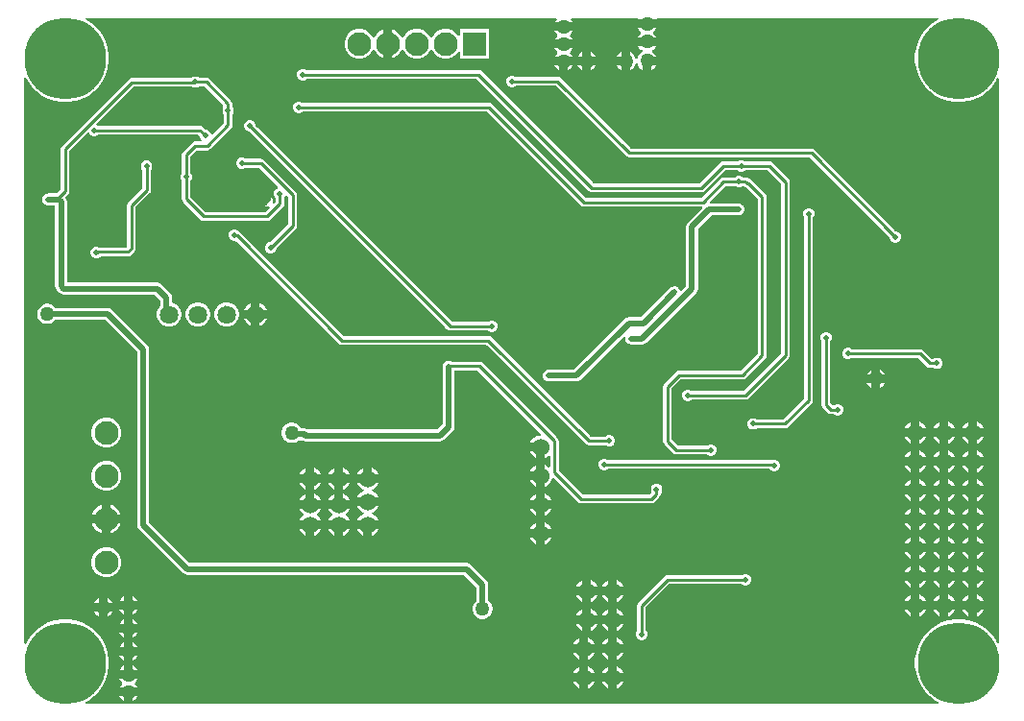
<source format=gbl>
G04*
G04 #@! TF.GenerationSoftware,Altium Limited,Altium Designer,23.0.1 (38)*
G04*
G04 Layer_Physical_Order=2*
G04 Layer_Color=16711680*
%FSLAX44Y44*%
%MOMM*%
G71*
G04*
G04 #@! TF.SameCoordinates,185929F6-D6CA-45C1-83F6-0EDFB83A3BC2*
G04*
G04*
G04 #@! TF.FilePolarity,Positive*
G04*
G01*
G75*
%ADD15C,0.2540*%
%ADD113C,0.5080*%
%ADD121C,1.5240*%
%ADD122C,2.1000*%
%ADD123R,2.1000X2.1000*%
%ADD124C,7.2000*%
%ADD125C,1.6350*%
%ADD126C,0.5000*%
%ADD127C,1.2700*%
G36*
X820675Y618525D02*
X818001Y617162D01*
X813093Y613597D01*
X808803Y609307D01*
X805238Y604399D01*
X802484Y598994D01*
X800609Y593225D01*
X799660Y587233D01*
Y581167D01*
X800609Y575175D01*
X802484Y569406D01*
X805238Y564001D01*
X808803Y559093D01*
X813093Y554803D01*
X818001Y551238D01*
X823406Y548484D01*
X829175Y546609D01*
X835167Y545660D01*
X841233D01*
X847225Y546609D01*
X852994Y548484D01*
X858399Y551238D01*
X863307Y554803D01*
X867597Y559093D01*
X871162Y564001D01*
X872525Y566675D01*
X873760Y566379D01*
Y68621D01*
X872525Y68325D01*
X871162Y70999D01*
X867597Y75907D01*
X863307Y80197D01*
X858399Y83762D01*
X852994Y86516D01*
X847225Y88391D01*
X841233Y89340D01*
X835167D01*
X829175Y88391D01*
X823406Y86516D01*
X818001Y83762D01*
X813093Y80197D01*
X808803Y75907D01*
X805238Y70999D01*
X802484Y65594D01*
X800609Y59825D01*
X799660Y53833D01*
Y47767D01*
X800609Y41775D01*
X802484Y36006D01*
X805238Y30601D01*
X808803Y25693D01*
X813093Y21403D01*
X818001Y17838D01*
X820675Y16475D01*
X820379Y15240D01*
X68621D01*
X68325Y16475D01*
X70999Y17838D01*
X75907Y21403D01*
X80197Y25693D01*
X83762Y30601D01*
X86516Y36006D01*
X88391Y41775D01*
X89340Y47767D01*
Y53833D01*
X88391Y59825D01*
X86516Y65594D01*
X83762Y70999D01*
X80197Y75907D01*
X75907Y80197D01*
X70999Y83762D01*
X65594Y86516D01*
X59825Y88391D01*
X53833Y89340D01*
X47767D01*
X41775Y88391D01*
X36006Y86516D01*
X30601Y83762D01*
X25693Y80197D01*
X21403Y75907D01*
X17838Y70999D01*
X16166Y67718D01*
X14896Y68023D01*
X14879Y317488D01*
X14896Y566977D01*
X16166Y567282D01*
X17838Y564001D01*
X21403Y559093D01*
X25693Y554803D01*
X30601Y551238D01*
X36006Y548484D01*
X41775Y546609D01*
X47767Y545660D01*
X53833D01*
X59825Y546609D01*
X65594Y548484D01*
X70999Y551238D01*
X75907Y554803D01*
X80197Y559093D01*
X83762Y564001D01*
X86516Y569406D01*
X88391Y575175D01*
X89340Y581167D01*
Y587233D01*
X88391Y593225D01*
X86516Y598994D01*
X83762Y604399D01*
X80197Y609307D01*
X75907Y613597D01*
X70999Y617162D01*
X68325Y618525D01*
X68621Y619760D01*
X483472D01*
X483998Y618490D01*
X483106Y617599D01*
X482154Y615950D01*
X498286D01*
X497334Y617599D01*
X496442Y618490D01*
X496968Y619760D01*
X555170D01*
X555805Y618660D01*
X555560Y618236D01*
X571692D01*
X571447Y618660D01*
X572082Y619760D01*
X820379D01*
X820675Y618525D01*
D02*
G37*
%LPC*%
G36*
X424520Y609940D02*
X398440D01*
Y604112D01*
X397170Y603772D01*
X396515Y604907D01*
X394087Y607335D01*
X391113Y609051D01*
X387797Y609940D01*
X384363D01*
X381047Y609051D01*
X378073Y607335D01*
X375645Y604907D01*
X374077Y602191D01*
X373420Y602055D01*
X373340D01*
X372683Y602191D01*
X371115Y604907D01*
X368687Y607335D01*
X365713Y609051D01*
X362397Y609940D01*
X358963D01*
X355647Y609051D01*
X352673Y607335D01*
X350245Y604907D01*
X348677Y602191D01*
X348020Y602055D01*
X347940D01*
X347283Y602191D01*
X345715Y604907D01*
X343287Y607335D01*
X340313Y609051D01*
X339090Y609379D01*
Y596900D01*
Y584421D01*
X340313Y584749D01*
X343287Y586465D01*
X345715Y588893D01*
X347283Y591609D01*
X347940Y591745D01*
X348020D01*
X348677Y591609D01*
X350245Y588893D01*
X352673Y586465D01*
X355647Y584749D01*
X358963Y583860D01*
X362397D01*
X365713Y584749D01*
X368687Y586465D01*
X371115Y588893D01*
X372683Y591609D01*
X373340Y591745D01*
X373420D01*
X374077Y591609D01*
X375645Y588893D01*
X378073Y586465D01*
X381047Y584749D01*
X384363Y583860D01*
X387797D01*
X391113Y584749D01*
X394087Y586465D01*
X396515Y588893D01*
X397170Y590028D01*
X398440Y589688D01*
Y583860D01*
X424520D01*
Y609940D01*
D02*
G37*
G36*
X571692Y610616D02*
X555560D01*
X556512Y608967D01*
X558105Y607374D01*
X558229Y607173D01*
X558158Y605851D01*
X556708Y604402D01*
X555756Y602753D01*
X571888D01*
X570936Y604402D01*
X569342Y605995D01*
X569219Y606195D01*
X569290Y607518D01*
X570740Y608967D01*
X571692Y610616D01*
D02*
G37*
G36*
X498286Y608330D02*
X482154D01*
X483106Y606681D01*
X484474Y605314D01*
X484649Y604520D01*
X484474Y603726D01*
X483106Y602359D01*
X482154Y600710D01*
X498286D01*
X497334Y602359D01*
X495966Y603726D01*
X495791Y604520D01*
X495966Y605314D01*
X497334Y606681D01*
X498286Y608330D01*
D02*
G37*
G36*
X541264Y589730D02*
X539616Y588778D01*
X537960Y587123D01*
X537009Y585474D01*
X541264D01*
Y589730D01*
D02*
G37*
G36*
X514350Y589726D02*
Y585470D01*
X518606D01*
X517654Y587119D01*
X515999Y588774D01*
X514350Y589726D01*
D02*
G37*
G36*
X506730D02*
X505081Y588774D01*
X503426Y587119D01*
X502474Y585470D01*
X506730D01*
Y589726D01*
D02*
G37*
G36*
X498286Y593090D02*
X482154D01*
X483106Y591441D01*
X484474Y590074D01*
X484649Y589280D01*
X484474Y588486D01*
X483106Y587119D01*
X482154Y585470D01*
X498286D01*
X497334Y587119D01*
X495966Y588486D01*
X495791Y589280D01*
X495966Y590074D01*
X497334Y591441D01*
X498286Y593090D01*
D02*
G37*
G36*
X311597Y609940D02*
X308163D01*
X304847Y609051D01*
X301873Y607335D01*
X299445Y604907D01*
X297729Y601933D01*
X296840Y598617D01*
Y595183D01*
X297729Y591867D01*
X299445Y588893D01*
X301873Y586465D01*
X304847Y584749D01*
X308163Y583860D01*
X311597D01*
X314913Y584749D01*
X317887Y586465D01*
X320315Y588893D01*
X321883Y591609D01*
X322540Y591745D01*
X322620D01*
X323277Y591609D01*
X324845Y588893D01*
X327273Y586465D01*
X330247Y584749D01*
X331470Y584421D01*
Y596900D01*
Y609379D01*
X330247Y609051D01*
X327273Y607335D01*
X324845Y604907D01*
X323277Y602191D01*
X322620Y602055D01*
X322540D01*
X321883Y602191D01*
X320315Y604907D01*
X317887Y607335D01*
X314913Y609051D01*
X311597Y609940D01*
D02*
G37*
G36*
X571888Y595133D02*
X555756D01*
X556708Y593484D01*
X558363Y591829D01*
X559658Y591082D01*
Y589616D01*
X558363Y588868D01*
X556708Y587213D01*
X555538Y585186D01*
X555093Y583527D01*
X553778D01*
X553358Y585095D01*
X552188Y587123D01*
X550533Y588778D01*
X548884Y589730D01*
Y581664D01*
Y573599D01*
X550533Y574550D01*
X552188Y576205D01*
X553358Y578233D01*
X553803Y579892D01*
X555118D01*
X555538Y578323D01*
X556708Y576296D01*
X558363Y574641D01*
X560012Y573689D01*
Y581755D01*
X563822D01*
Y585565D01*
X571888D01*
X570936Y587213D01*
X569281Y588868D01*
X567986Y589616D01*
Y591082D01*
X569281Y591829D01*
X570936Y593484D01*
X571888Y595133D01*
D02*
G37*
G36*
Y577945D02*
X567632D01*
Y573689D01*
X569281Y574641D01*
X570936Y576296D01*
X571888Y577945D01*
D02*
G37*
G36*
X541264Y577854D02*
X537009D01*
X537960Y576205D01*
X539616Y574550D01*
X541264Y573599D01*
Y577854D01*
D02*
G37*
G36*
X518606Y577850D02*
X514350D01*
Y573594D01*
X515999Y574546D01*
X517654Y576201D01*
X518606Y577850D01*
D02*
G37*
G36*
X506730D02*
X502474D01*
X503426Y576201D01*
X505081Y574546D01*
X506730Y573594D01*
Y577850D01*
D02*
G37*
G36*
X498286D02*
X494030D01*
Y573594D01*
X495679Y574546D01*
X497334Y576201D01*
X498286Y577850D01*
D02*
G37*
G36*
X486410D02*
X482154D01*
X483106Y576201D01*
X484761Y574546D01*
X486410Y573594D01*
Y577850D01*
D02*
G37*
G36*
X445503Y568920D02*
X443498D01*
X441645Y568153D01*
X440227Y566735D01*
X439460Y564883D01*
Y562878D01*
X440227Y561025D01*
X441645Y559607D01*
X443498Y558840D01*
X445503D01*
X447355Y559607D01*
X447743Y559995D01*
X483175D01*
X545214Y497957D01*
X546474Y497115D01*
X547961Y496819D01*
X706727D01*
X777280Y426266D01*
Y425718D01*
X778047Y423865D01*
X779465Y422447D01*
X781318Y421680D01*
X783323D01*
X785175Y422447D01*
X786593Y423865D01*
X787360Y425718D01*
Y427723D01*
X786593Y429575D01*
X785175Y430993D01*
X783323Y431760D01*
X782774D01*
X711083Y503451D01*
X709823Y504293D01*
X708336Y504589D01*
X549570D01*
X487531Y566627D01*
X486271Y567469D01*
X484785Y567765D01*
X447743D01*
X447355Y568153D01*
X445503Y568920D01*
D02*
G37*
G36*
X123431Y493990D02*
X121426D01*
X119573Y493223D01*
X118155Y491805D01*
X117388Y489953D01*
Y487948D01*
X118155Y486095D01*
X118543Y485707D01*
Y469477D01*
X106473Y457407D01*
X105631Y456147D01*
X105335Y454660D01*
Y418169D01*
X104309Y417143D01*
X80754D01*
X79191Y417790D01*
X77186D01*
X75333Y417023D01*
X73916Y415605D01*
X73148Y413753D01*
Y411748D01*
X73916Y409895D01*
X75333Y408477D01*
X77186Y407710D01*
X79191D01*
X81043Y408477D01*
X81939Y409373D01*
X105918D01*
X107405Y409669D01*
X108665Y410511D01*
X111967Y413813D01*
X112809Y415073D01*
X113105Y416560D01*
Y453051D01*
X125175Y465121D01*
X126017Y466381D01*
X126313Y467868D01*
Y485707D01*
X126701Y486095D01*
X127468Y487948D01*
Y489953D01*
X126701Y491805D01*
X125283Y493223D01*
X123431Y493990D01*
D02*
G37*
G36*
X166528Y568151D02*
X164523D01*
X162671Y567384D01*
X162043Y566756D01*
X109337D01*
X107850Y566460D01*
X106590Y565618D01*
X48053Y507081D01*
X47211Y505821D01*
X46915Y504334D01*
Y468541D01*
X43293Y464920D01*
X35560D01*
X34859Y464780D01*
X34557D01*
X34279Y464665D01*
X33578Y464525D01*
X32983Y464128D01*
X32705Y464013D01*
X32492Y463800D01*
X31897Y463402D01*
X31500Y462808D01*
X31287Y462595D01*
X31172Y462317D01*
X30775Y461722D01*
X30635Y461021D01*
X30520Y460742D01*
Y460441D01*
X30380Y459740D01*
X30520Y459039D01*
Y458737D01*
X30635Y458459D01*
X30775Y457758D01*
X31172Y457163D01*
X31287Y456885D01*
X31500Y456672D01*
X31897Y456077D01*
X32492Y455680D01*
X32705Y455467D01*
X32983Y455352D01*
X33578Y454955D01*
X34279Y454815D01*
X34557Y454700D01*
X34859D01*
X35560Y454561D01*
X41911D01*
Y383232D01*
X42305Y381250D01*
X43428Y379569D01*
X45659Y377337D01*
X47340Y376215D01*
X49322Y375821D01*
X129935D01*
X134904Y370851D01*
Y365957D01*
X133666Y364719D01*
X132255Y362276D01*
X131525Y359551D01*
Y356729D01*
X132255Y354004D01*
X133666Y351561D01*
X135661Y349566D01*
X138104Y348155D01*
X140829Y347425D01*
X143651D01*
X146376Y348155D01*
X148819Y349566D01*
X150814Y351561D01*
X152225Y354004D01*
X152955Y356729D01*
Y359551D01*
X152225Y362276D01*
X150814Y364719D01*
X148819Y366714D01*
X146376Y368125D01*
X145263Y368423D01*
Y372996D01*
X145263Y372996D01*
X144869Y374978D01*
X143746Y376659D01*
X143746Y376659D01*
X135743Y384663D01*
X134062Y385785D01*
X132080Y386180D01*
X52270D01*
Y457508D01*
X51875Y459490D01*
X50753Y461171D01*
X50642Y461281D01*
X53547Y464185D01*
X54389Y465446D01*
X54685Y466932D01*
Y502725D01*
X70497Y518538D01*
X71743Y518290D01*
X71927Y517845D01*
X73345Y516427D01*
X75198Y515660D01*
X77203D01*
X79055Y516427D01*
X79443Y516815D01*
X167853D01*
X169280Y515388D01*
Y514962D01*
X170047Y513110D01*
X171273Y511885D01*
X171077Y510973D01*
X170883Y510615D01*
X165100D01*
X163613Y510319D01*
X162353Y509477D01*
X154733Y501857D01*
X153891Y500597D01*
X153595Y499110D01*
Y482600D01*
X153207Y482212D01*
X152440Y480359D01*
Y478354D01*
X153207Y476502D01*
X153595Y476114D01*
Y459989D01*
X153891Y458502D01*
X154733Y457242D01*
X170114Y441861D01*
X171374Y441019D01*
X172861Y440724D01*
X228538D01*
X230025Y441019D01*
X231285Y441861D01*
X242660Y453236D01*
X243502Y454496D01*
X243797Y455983D01*
Y461772D01*
X243961Y461935D01*
X244447Y463108D01*
X245902Y463450D01*
X247575Y461776D01*
Y438147D01*
X231314Y421886D01*
X230765D01*
X228913Y421119D01*
X227495Y419701D01*
X226728Y417849D01*
Y415843D01*
X227495Y413991D01*
X228913Y412573D01*
X230765Y411806D01*
X232770D01*
X234623Y412573D01*
X236040Y413991D01*
X236808Y415843D01*
Y416392D01*
X254207Y433791D01*
X255049Y435052D01*
X255345Y436538D01*
Y463385D01*
X255049Y464872D01*
X254207Y466132D01*
X226090Y494249D01*
X224830Y495091D01*
X223343Y495387D01*
X209632D01*
X209244Y495775D01*
X207392Y496542D01*
X205387D01*
X203534Y495775D01*
X202116Y494357D01*
X201349Y492505D01*
Y490500D01*
X202116Y488647D01*
X203534Y487229D01*
X205387Y486462D01*
X207392D01*
X209244Y487229D01*
X209632Y487617D01*
X221734D01*
X238348Y471004D01*
X238006Y469549D01*
X236833Y469063D01*
X235416Y467645D01*
X234648Y465793D01*
Y463788D01*
X235416Y461935D01*
X236028Y461323D01*
Y457592D01*
X234473Y456037D01*
X233397Y456757D01*
X233682Y457445D01*
Y459450D01*
X232915Y461302D01*
X232452Y461765D01*
Y458447D01*
X228642D01*
Y454637D01*
X225324D01*
X225787Y454175D01*
X227639Y453408D01*
X229644D01*
X230333Y453693D01*
X231052Y452616D01*
X226929Y448493D01*
X174470D01*
X161365Y461598D01*
Y476114D01*
X161753Y476502D01*
X162520Y478354D01*
Y480359D01*
X161753Y482212D01*
X161365Y482600D01*
Y497501D01*
X166709Y502845D01*
X175768D01*
X177255Y503141D01*
X178515Y503983D01*
X197128Y522596D01*
X197970Y523856D01*
X198265Y525343D01*
Y534639D01*
X198654Y535027D01*
X199421Y536879D01*
Y538884D01*
X198654Y540737D01*
X197888Y541502D01*
Y544192D01*
X197592Y545678D01*
X196750Y546939D01*
X177831Y565858D01*
X176826Y566529D01*
X176571Y566700D01*
X176570Y566701D01*
X175609Y566892D01*
X175609Y566891D01*
X175084Y566996D01*
X168769D01*
X168381Y567384D01*
X166528Y568151D01*
D02*
G37*
G36*
X222250Y368212D02*
Y361950D01*
X228512D01*
X228425Y362276D01*
X227014Y364719D01*
X225019Y366714D01*
X222576Y368125D01*
X222250Y368212D01*
D02*
G37*
G36*
X214630D02*
X214304Y368125D01*
X211861Y366714D01*
X209866Y364719D01*
X208455Y362276D01*
X208368Y361950D01*
X214630D01*
Y368212D01*
D02*
G37*
G36*
X228512Y354330D02*
X222250D01*
Y348068D01*
X222576Y348155D01*
X225019Y349566D01*
X227014Y351561D01*
X228425Y354004D01*
X228512Y354330D01*
D02*
G37*
G36*
X214630D02*
X208368D01*
X208455Y354004D01*
X209866Y351561D01*
X211861Y349566D01*
X214304Y348155D01*
X214630Y348068D01*
Y354330D01*
D02*
G37*
G36*
X191770Y368883D02*
X191631Y368855D01*
X191629D01*
X191625Y368854D01*
X190283Y368587D01*
X190052Y368432D01*
X188904Y368125D01*
X186461Y366714D01*
X184466Y364719D01*
X183055Y362276D01*
X182325Y359551D01*
Y356729D01*
X183055Y354004D01*
X184466Y351561D01*
X186461Y349566D01*
X188904Y348155D01*
X191629Y347425D01*
X194451D01*
X197176Y348155D01*
X199619Y349566D01*
X201614Y351561D01*
X203025Y354004D01*
X203755Y356729D01*
Y359551D01*
X203025Y362276D01*
X201614Y364719D01*
X199619Y366714D01*
X197176Y368125D01*
X194451Y368855D01*
X191909D01*
X191770Y368883D01*
D02*
G37*
G36*
X169051Y368855D02*
X166229D01*
X163504Y368125D01*
X161061Y366714D01*
X159066Y364719D01*
X157655Y362276D01*
X156925Y359551D01*
Y356729D01*
X157655Y354004D01*
X159066Y351561D01*
X161061Y349566D01*
X163504Y348155D01*
X166229Y347425D01*
X169051D01*
X171776Y348155D01*
X174219Y349566D01*
X176214Y351561D01*
X177625Y354004D01*
X178355Y356729D01*
Y359551D01*
X177625Y362276D01*
X176214Y364719D01*
X174219Y366714D01*
X171776Y368125D01*
X169051Y368855D01*
D02*
G37*
G36*
X214569Y529524D02*
X212564D01*
X210712Y528757D01*
X209294Y527339D01*
X208527Y525486D01*
Y523481D01*
X209294Y521629D01*
X210712Y520211D01*
X212564Y519444D01*
X213113D01*
X387324Y345233D01*
X388584Y344391D01*
X390071Y344095D01*
X423477D01*
X423865Y343707D01*
X425718Y342940D01*
X427723D01*
X429575Y343707D01*
X430993Y345125D01*
X431760Y346978D01*
Y348983D01*
X430993Y350835D01*
X429575Y352253D01*
X427723Y353020D01*
X425718D01*
X423865Y352253D01*
X423477Y351865D01*
X391680D01*
X218607Y524938D01*
Y525486D01*
X217840Y527339D01*
X216422Y528757D01*
X214569Y529524D01*
D02*
G37*
G36*
X741738Y328740D02*
X739733D01*
X737881Y327973D01*
X736463Y326555D01*
X735696Y324703D01*
Y322698D01*
X736463Y320845D01*
X737881Y319428D01*
X739733Y318660D01*
X741738D01*
X743591Y319428D01*
X743979Y319816D01*
X802649D01*
X810181Y312284D01*
X811441Y311442D01*
X812928Y311146D01*
X815893D01*
X816281Y310758D01*
X818133Y309991D01*
X820139D01*
X821991Y310758D01*
X823409Y312176D01*
X824176Y314028D01*
Y316033D01*
X823409Y317886D01*
X821991Y319304D01*
X820139Y320071D01*
X818133D01*
X816281Y319304D01*
X815893Y318916D01*
X814537D01*
X807005Y326447D01*
X805745Y327289D01*
X804258Y327585D01*
X743979D01*
X743591Y327973D01*
X741738Y328740D01*
D02*
G37*
G36*
X769254Y309677D02*
Y305422D01*
X773510D01*
X772558Y307070D01*
X770903Y308725D01*
X769254Y309677D01*
D02*
G37*
G36*
X761634D02*
X759986Y308725D01*
X758331Y307070D01*
X757379Y305422D01*
X761634D01*
Y309677D01*
D02*
G37*
G36*
X773510Y297802D02*
X769254D01*
Y293546D01*
X770903Y294498D01*
X772558Y296153D01*
X773510Y297802D01*
D02*
G37*
G36*
X761634D02*
X757379D01*
X758331Y296153D01*
X759986Y294498D01*
X761634Y293546D01*
Y297802D01*
D02*
G37*
G36*
X261306Y574850D02*
X259301D01*
X257448Y574083D01*
X256030Y572665D01*
X255263Y570812D01*
Y568807D01*
X256030Y566955D01*
X257448Y565537D01*
X259301Y564770D01*
X261306D01*
X263158Y565537D01*
X263546Y565925D01*
X413647D01*
X512419Y467153D01*
X513679Y466311D01*
X515165Y466015D01*
X611451D01*
X612938Y466311D01*
X614198Y467153D01*
X632426Y485381D01*
X643349D01*
X643775Y484955D01*
X645627Y484188D01*
X647632D01*
X649485Y484955D01*
X649911Y485381D01*
X669905D01*
X681915Y473371D01*
Y324189D01*
X648631Y290905D01*
X602683D01*
X602295Y291293D01*
X600443Y292060D01*
X598438D01*
X596585Y291293D01*
X595167Y289875D01*
X594400Y288022D01*
Y286017D01*
X595167Y284165D01*
X596585Y282747D01*
X598438Y281980D01*
X600443D01*
X602295Y282747D01*
X602683Y283135D01*
X650240D01*
X651727Y283431D01*
X652987Y284273D01*
X688547Y319833D01*
X689389Y321093D01*
X689685Y322580D01*
Y474980D01*
X689389Y476467D01*
X688547Y477727D01*
X674261Y492013D01*
X673001Y492855D01*
X671514Y493150D01*
X649835D01*
X649485Y493501D01*
X647632Y494268D01*
X645627D01*
X643775Y493501D01*
X643425Y493150D01*
X630817D01*
X629331Y492855D01*
X628070Y492013D01*
X609842Y473785D01*
X516775D01*
X418003Y572557D01*
X416742Y573399D01*
X415256Y573694D01*
X263546D01*
X263158Y574083D01*
X261306Y574850D01*
D02*
G37*
G36*
X722363Y342860D02*
X720358D01*
X718505Y342093D01*
X717087Y340675D01*
X716320Y338823D01*
Y336818D01*
X717087Y334965D01*
X717475Y334577D01*
Y278348D01*
X717771Y276861D01*
X718613Y275601D01*
X722641Y271573D01*
X723901Y270731D01*
X725388Y270435D01*
X728277D01*
X728665Y270047D01*
X730518Y269280D01*
X732523D01*
X734375Y270047D01*
X735793Y271465D01*
X736560Y273318D01*
Y275322D01*
X735793Y277175D01*
X734375Y278593D01*
X732523Y279360D01*
X730518D01*
X728665Y278593D01*
X728277Y278205D01*
X726997D01*
X725245Y279957D01*
Y334577D01*
X725633Y334965D01*
X726400Y336818D01*
Y338823D01*
X725633Y340675D01*
X724215Y342093D01*
X722363Y342860D01*
D02*
G37*
G36*
X707122Y452080D02*
X705117D01*
X703265Y451313D01*
X701847Y449895D01*
X701080Y448042D01*
Y446037D01*
X701847Y444185D01*
X702235Y443797D01*
Y284061D01*
X683763Y265589D01*
X660310D01*
X659922Y265977D01*
X658070Y266744D01*
X656065D01*
X654212Y265977D01*
X652795Y264559D01*
X652027Y262706D01*
Y260701D01*
X652795Y258849D01*
X654212Y257431D01*
X656065Y256664D01*
X658070D01*
X659922Y257431D01*
X660310Y257819D01*
X685372D01*
X686859Y258115D01*
X688119Y258957D01*
X708867Y279705D01*
X709709Y280965D01*
X710005Y282452D01*
Y443797D01*
X710393Y444185D01*
X711160Y446037D01*
Y448042D01*
X710393Y449895D01*
X708975Y451313D01*
X707122Y452080D01*
D02*
G37*
G36*
X854710Y263498D02*
Y257810D01*
X860397D01*
X860368Y257922D01*
X859030Y260238D01*
X857138Y262130D01*
X854822Y263468D01*
X854710Y263498D01*
D02*
G37*
G36*
X847090D02*
X846978Y263468D01*
X844662Y262130D01*
X842770Y260238D01*
X841432Y257922D01*
X841403Y257810D01*
X847090D01*
Y263498D01*
D02*
G37*
G36*
X829310D02*
Y257810D01*
X834997D01*
X834968Y257922D01*
X833630Y260238D01*
X831738Y262130D01*
X829422Y263468D01*
X829310Y263498D01*
D02*
G37*
G36*
X821690D02*
X821578Y263468D01*
X819262Y262130D01*
X817370Y260238D01*
X816032Y257922D01*
X816003Y257810D01*
X821690D01*
Y263498D01*
D02*
G37*
G36*
X803910D02*
Y257810D01*
X809597D01*
X809568Y257922D01*
X808230Y260238D01*
X806338Y262130D01*
X804022Y263468D01*
X803910Y263498D01*
D02*
G37*
G36*
X796290D02*
X796178Y263468D01*
X793862Y262130D01*
X791970Y260238D01*
X790632Y257922D01*
X790602Y257810D01*
X796290D01*
Y263498D01*
D02*
G37*
G36*
X860397Y250190D02*
X854710D01*
Y244503D01*
X854822Y244532D01*
X857138Y245870D01*
X859030Y247762D01*
X860368Y250078D01*
X860397Y250190D01*
D02*
G37*
G36*
X847090D02*
X841403D01*
X841432Y250078D01*
X842770Y247762D01*
X844662Y245870D01*
X846978Y244532D01*
X847090Y244503D01*
Y250190D01*
D02*
G37*
G36*
X834997D02*
X829310D01*
Y244503D01*
X829422Y244532D01*
X831738Y245870D01*
X833630Y247762D01*
X834968Y250078D01*
X834997Y250190D01*
D02*
G37*
G36*
X821690D02*
X816003D01*
X816032Y250078D01*
X817370Y247762D01*
X819262Y245870D01*
X821578Y244532D01*
X821690Y244503D01*
Y250190D01*
D02*
G37*
G36*
X809597D02*
X803910D01*
Y244503D01*
X804022Y244532D01*
X806338Y245870D01*
X808230Y247762D01*
X809568Y250078D01*
X809597Y250190D01*
D02*
G37*
G36*
X796290D02*
X790602D01*
X790632Y250078D01*
X791970Y247762D01*
X793862Y245870D01*
X796178Y244532D01*
X796290Y244503D01*
Y250190D01*
D02*
G37*
G36*
X200911Y433354D02*
X198906D01*
X197054Y432587D01*
X195636Y431169D01*
X194869Y429317D01*
Y427312D01*
X195636Y425460D01*
X197054Y424042D01*
X198906Y423274D01*
X200911D01*
X201141Y423369D01*
X291977Y332533D01*
X293237Y331691D01*
X294724Y331395D01*
X422065D01*
X509518Y243942D01*
X510778Y243100D01*
X512265Y242805D01*
X527049D01*
X527438Y242417D01*
X529290Y241649D01*
X531295D01*
X533147Y242417D01*
X534565Y243834D01*
X535332Y245687D01*
Y247692D01*
X534565Y249544D01*
X533147Y250962D01*
X531295Y251729D01*
X529290D01*
X527438Y250962D01*
X527049Y250574D01*
X513874D01*
X426421Y338027D01*
X425161Y338869D01*
X423674Y339165D01*
X296333D01*
X204907Y430591D01*
X204235Y431039D01*
X204182Y431169D01*
X202764Y432587D01*
X200911Y433354D01*
D02*
G37*
G36*
X88760Y266975D02*
X85327D01*
X82010Y266087D01*
X79037Y264370D01*
X76609Y261942D01*
X74892Y258968D01*
X74004Y255652D01*
Y252218D01*
X74892Y248902D01*
X76609Y245928D01*
X79037Y243500D01*
X82010Y241784D01*
X85327Y240895D01*
X88760D01*
X92077Y241784D01*
X95050Y243500D01*
X97478Y245928D01*
X99195Y248902D01*
X100084Y252218D01*
Y255652D01*
X99195Y258968D01*
X97478Y261942D01*
X95050Y264370D01*
X92077Y266087D01*
X88760Y266975D01*
D02*
G37*
G36*
X257542Y546060D02*
X255537D01*
X253685Y545293D01*
X252267Y543875D01*
X251500Y542023D01*
Y540018D01*
X252267Y538165D01*
X253685Y536747D01*
X255537Y535980D01*
X257542D01*
X259395Y536747D01*
X259783Y537135D01*
X422571D01*
X505253Y454453D01*
X506513Y453611D01*
X508000Y453315D01*
X611799D01*
X612325Y452045D01*
X599648Y439368D01*
X598525Y437688D01*
X598131Y435706D01*
Y383144D01*
X594030Y379043D01*
X593759Y379023D01*
X593208Y379130D01*
X592638Y379447D01*
X592541Y379934D01*
X592144Y380529D01*
X592029Y380807D01*
X591816Y381020D01*
X591418Y381614D01*
X590824Y382012D01*
X590611Y382225D01*
X590333Y382340D01*
X589738Y382737D01*
X589037Y382877D01*
X588759Y382992D01*
X588457D01*
X587756Y383131D01*
X587054Y382992D01*
X586754D01*
X586475Y382877D01*
X585774Y382737D01*
X585179Y382340D01*
X584901Y382225D01*
X584688Y382012D01*
X584094Y381614D01*
X558179Y355700D01*
X547638D01*
X545656Y355305D01*
X543975Y354183D01*
X499253Y309460D01*
X476840D01*
X476761Y309444D01*
X475714D01*
X473862Y308677D01*
X472444Y307259D01*
X471677Y305406D01*
Y304359D01*
X471661Y304280D01*
X471677Y304201D01*
Y303402D01*
X471983Y302663D01*
X472055Y302298D01*
X472262Y301989D01*
X472444Y301549D01*
X472781Y301212D01*
X473178Y300618D01*
X473773Y300220D01*
X473862Y300131D01*
X473978Y300083D01*
X474858Y299495D01*
X476840Y299101D01*
X501398D01*
X503380Y299495D01*
X505061Y300618D01*
X543511Y339068D01*
X544681Y338442D01*
X544636Y338217D01*
X544521Y337939D01*
Y337638D01*
X544382Y336936D01*
X544521Y336235D01*
Y335934D01*
X544636Y335656D01*
X544776Y334954D01*
X545173Y334360D01*
X545289Y334082D01*
X545501Y333869D01*
X545899Y333274D01*
X545917Y333256D01*
X546512Y332858D01*
X546706Y332664D01*
X546960Y332559D01*
X547598Y332133D01*
X548350Y331983D01*
X548559Y331897D01*
X548785D01*
X549580Y331738D01*
X559230D01*
X561212Y332133D01*
X562892Y333256D01*
X606973Y377336D01*
X608096Y379017D01*
X608490Y380999D01*
Y433560D01*
X620696Y445766D01*
X644245D01*
X644947Y445906D01*
X645248D01*
X645526Y446021D01*
X646227Y446160D01*
X646822Y446558D01*
X647100Y446673D01*
X647313Y446886D01*
X647908Y447283D01*
X648305Y447878D01*
X648518Y448091D01*
X648633Y448369D01*
X649030Y448963D01*
X649170Y449665D01*
X649285Y449943D01*
Y450244D01*
X649425Y450946D01*
X649285Y451647D01*
Y451948D01*
X649170Y452226D01*
X649030Y452928D01*
X648633Y453522D01*
X648518Y453801D01*
X648305Y454013D01*
X647908Y454608D01*
X647313Y455005D01*
X647100Y455218D01*
X646822Y455333D01*
X646227Y455731D01*
X645526Y455870D01*
X645248Y455985D01*
X644947D01*
X644245Y456125D01*
X619264D01*
X618738Y457395D01*
X632663Y471320D01*
X641557D01*
X641772Y471104D01*
X643625Y470337D01*
X645630D01*
X647482Y471104D01*
X647698Y471320D01*
X647979D01*
X648502Y471216D01*
X648964D01*
X649226Y471041D01*
X649841Y470918D01*
X650362Y470570D01*
X651071Y470429D01*
X661238Y460262D01*
Y323832D01*
X646091Y308685D01*
X591820D01*
X590333Y308389D01*
X589073Y307547D01*
X578913Y297387D01*
X578071Y296127D01*
X577775Y294640D01*
Y246380D01*
X578071Y244893D01*
X578913Y243633D01*
X586533Y236013D01*
X587793Y235171D01*
X589280Y234875D01*
X616517D01*
X616905Y234487D01*
X618758Y233720D01*
X620762D01*
X622615Y234487D01*
X624033Y235905D01*
X624800Y237757D01*
Y239762D01*
X624033Y241615D01*
X622615Y243033D01*
X620762Y243800D01*
X618758D01*
X616905Y243033D01*
X616517Y242645D01*
X590889D01*
X585545Y247989D01*
Y293031D01*
X593429Y300915D01*
X647700D01*
X649187Y301211D01*
X650447Y302053D01*
X667870Y319476D01*
X668712Y320736D01*
X669007Y322223D01*
Y461871D01*
X668712Y463358D01*
X667870Y464618D01*
X655582Y476906D01*
X654322Y477748D01*
X653486Y477914D01*
X652532Y478551D01*
X651045Y478847D01*
X650990Y478836D01*
X650242Y478985D01*
X648922D01*
X648398Y479089D01*
X648043D01*
X647482Y479650D01*
X645630Y480417D01*
X643625D01*
X641772Y479650D01*
X641212Y479089D01*
X631054D01*
X629567Y478793D01*
X628307Y477951D01*
X611441Y461085D01*
X509609D01*
X426927Y543767D01*
X425667Y544609D01*
X424180Y544905D01*
X259783D01*
X259395Y545293D01*
X257542Y546060D01*
D02*
G37*
G36*
X854710Y238097D02*
Y232410D01*
X860397D01*
X860368Y232522D01*
X859030Y234838D01*
X857138Y236730D01*
X854822Y238068D01*
X854710Y238097D01*
D02*
G37*
G36*
X847090D02*
X846978Y238068D01*
X844662Y236730D01*
X842770Y234838D01*
X841432Y232522D01*
X841403Y232410D01*
X847090D01*
Y238097D01*
D02*
G37*
G36*
X829310D02*
Y232410D01*
X834997D01*
X834968Y232522D01*
X833630Y234838D01*
X831738Y236730D01*
X829422Y238068D01*
X829310Y238097D01*
D02*
G37*
G36*
X821690D02*
X821578Y238068D01*
X819262Y236730D01*
X817370Y234838D01*
X816032Y232522D01*
X816003Y232410D01*
X821690D01*
Y238097D01*
D02*
G37*
G36*
X803910D02*
Y232410D01*
X809597D01*
X809568Y232522D01*
X808230Y234838D01*
X806338Y236730D01*
X804022Y238068D01*
X803910Y238097D01*
D02*
G37*
G36*
X796290D02*
X796178Y238068D01*
X793862Y236730D01*
X791970Y234838D01*
X790632Y232522D01*
X790602Y232410D01*
X796290D01*
Y238097D01*
D02*
G37*
G36*
X466090Y237490D02*
X460402D01*
X460432Y237378D01*
X461770Y235062D01*
X463662Y233170D01*
X465978Y231832D01*
X466090Y231803D01*
Y237490D01*
D02*
G37*
G36*
X388620Y317600D02*
X387919Y317460D01*
X387617D01*
X387339Y317345D01*
X386638Y317205D01*
X386043Y316808D01*
X385765Y316693D01*
X385552Y316480D01*
X384958Y316082D01*
X384560Y315488D01*
X384347Y315275D01*
X384232Y314997D01*
X383835Y314402D01*
X383695Y313701D01*
X383580Y313423D01*
Y313121D01*
X383441Y312420D01*
Y261225D01*
X378860Y256645D01*
X264694D01*
X263907Y257171D01*
X261924Y257565D01*
X258612D01*
X257608Y259305D01*
X255953Y260960D01*
X253926Y262130D01*
X251665Y262736D01*
X249324D01*
X247063Y262130D01*
X245036Y260960D01*
X243381Y259305D01*
X242210Y257277D01*
X241604Y255016D01*
Y252676D01*
X242210Y250415D01*
X243381Y248387D01*
X245036Y246732D01*
X247063Y245562D01*
X249324Y244956D01*
X251665D01*
X253926Y245562D01*
X255953Y246732D01*
X256429Y247208D01*
X256526D01*
X256536Y247206D01*
X260075D01*
X260863Y246680D01*
X262845Y246286D01*
X381006D01*
X382988Y246680D01*
X384668Y247803D01*
X392282Y255417D01*
X393405Y257098D01*
X393800Y259080D01*
Y308612D01*
X414441D01*
X470323Y252730D01*
X469798Y251460D01*
X468562D01*
X465978Y250768D01*
X463662Y249430D01*
X461770Y247538D01*
X460432Y245222D01*
X460402Y245110D01*
X469900D01*
Y241300D01*
X473710D01*
Y231803D01*
X473822Y231832D01*
X476138Y233170D01*
X476892Y233924D01*
X478162Y233398D01*
Y223802D01*
X476892Y223276D01*
X476138Y224030D01*
X473822Y225368D01*
X473710Y225397D01*
Y215900D01*
Y206402D01*
X473822Y206432D01*
X476138Y207770D01*
X478030Y209662D01*
X479368Y211978D01*
X479857Y213804D01*
X481273Y214184D01*
X502624Y192833D01*
X503884Y191991D01*
X505371Y191695D01*
X567392D01*
X568879Y191991D01*
X570139Y192833D01*
X574429Y197124D01*
X575271Y198384D01*
X575567Y199871D01*
Y200334D01*
X576258Y201025D01*
X577025Y202877D01*
Y204882D01*
X576258Y206735D01*
X574840Y208152D01*
X572987Y208920D01*
X570982D01*
X569130Y208152D01*
X567712Y206735D01*
X566945Y204882D01*
Y202877D01*
X567604Y201286D01*
X565783Y199465D01*
X506980D01*
X485931Y220513D01*
Y246500D01*
X485636Y247987D01*
X484794Y249247D01*
X418797Y315244D01*
X417537Y316086D01*
X416050Y316382D01*
X391835D01*
X391688Y316480D01*
X391475Y316693D01*
X391197Y316808D01*
X390602Y317205D01*
X389901Y317345D01*
X389622Y317460D01*
X389321D01*
X388620Y317600D01*
D02*
G37*
G36*
X526782Y231100D02*
X524777D01*
X522925Y230333D01*
X521507Y228915D01*
X520740Y227062D01*
Y225058D01*
X521507Y223205D01*
X522925Y221787D01*
X524777Y221020D01*
X526782D01*
X528635Y221787D01*
X529003Y222156D01*
X671498D01*
X672879Y220775D01*
X674731Y220008D01*
X676736D01*
X678589Y220775D01*
X680006Y222193D01*
X680774Y224045D01*
Y226050D01*
X680006Y227903D01*
X678589Y229320D01*
X676736Y230088D01*
X674731D01*
X674253Y229890D01*
X674075Y229925D01*
X529043D01*
X528635Y230333D01*
X526782Y231100D01*
D02*
G37*
G36*
X466090Y225397D02*
X465978Y225368D01*
X463662Y224030D01*
X461770Y222138D01*
X460432Y219822D01*
X460402Y219710D01*
X466090D01*
Y225397D01*
D02*
G37*
G36*
X860397Y224790D02*
X854710D01*
Y219102D01*
X854822Y219132D01*
X857138Y220470D01*
X859030Y222362D01*
X860368Y224678D01*
X860397Y224790D01*
D02*
G37*
G36*
X847090D02*
X841403D01*
X841432Y224678D01*
X842770Y222362D01*
X844662Y220470D01*
X846978Y219132D01*
X847090Y219102D01*
Y224790D01*
D02*
G37*
G36*
X834997D02*
X829310D01*
Y219102D01*
X829422Y219132D01*
X831738Y220470D01*
X833630Y222362D01*
X834968Y224678D01*
X834997Y224790D01*
D02*
G37*
G36*
X821690D02*
X816003D01*
X816032Y224678D01*
X817370Y222362D01*
X819262Y220470D01*
X821578Y219132D01*
X821690Y219102D01*
Y224790D01*
D02*
G37*
G36*
X809597D02*
X803910D01*
Y219102D01*
X804022Y219132D01*
X806338Y220470D01*
X808230Y222362D01*
X809568Y224678D01*
X809597Y224790D01*
D02*
G37*
G36*
X796290D02*
X790602D01*
X790632Y224678D01*
X791970Y222362D01*
X793862Y220470D01*
X796178Y219132D01*
X796290Y219102D01*
Y224790D01*
D02*
G37*
G36*
X321310Y222857D02*
Y217170D01*
X326997D01*
X326968Y217282D01*
X325630Y219598D01*
X323738Y221490D01*
X321422Y222828D01*
X321310Y222857D01*
D02*
G37*
G36*
X313690D02*
X313578Y222828D01*
X311262Y221490D01*
X309370Y219598D01*
X308032Y217282D01*
X308002Y217170D01*
X313690D01*
Y222857D01*
D02*
G37*
G36*
X295910D02*
Y217170D01*
X301597D01*
X301568Y217282D01*
X300230Y219598D01*
X298338Y221490D01*
X296022Y222828D01*
X295910Y222857D01*
D02*
G37*
G36*
X288290D02*
X288178Y222828D01*
X285862Y221490D01*
X283970Y219598D01*
X282632Y217282D01*
X282603Y217170D01*
X288290D01*
Y222857D01*
D02*
G37*
G36*
X270510D02*
Y217170D01*
X276197D01*
X276168Y217282D01*
X274830Y219598D01*
X272938Y221490D01*
X270622Y222828D01*
X270510Y222857D01*
D02*
G37*
G36*
X262890D02*
X262778Y222828D01*
X260462Y221490D01*
X258570Y219598D01*
X257232Y217282D01*
X257202Y217170D01*
X262890D01*
Y222857D01*
D02*
G37*
G36*
X854710Y212698D02*
Y207010D01*
X860397D01*
X860368Y207122D01*
X859030Y209438D01*
X857138Y211330D01*
X854822Y212668D01*
X854710Y212698D01*
D02*
G37*
G36*
X847090D02*
X846978Y212668D01*
X844662Y211330D01*
X842770Y209438D01*
X841432Y207122D01*
X841403Y207010D01*
X847090D01*
Y212698D01*
D02*
G37*
G36*
X829310D02*
Y207010D01*
X834997D01*
X834968Y207122D01*
X833630Y209438D01*
X831738Y211330D01*
X829422Y212668D01*
X829310Y212698D01*
D02*
G37*
G36*
X821690D02*
X821578Y212668D01*
X819262Y211330D01*
X817370Y209438D01*
X816032Y207122D01*
X816003Y207010D01*
X821690D01*
Y212698D01*
D02*
G37*
G36*
X803910D02*
Y207010D01*
X809597D01*
X809568Y207122D01*
X808230Y209438D01*
X806338Y211330D01*
X804022Y212668D01*
X803910Y212698D01*
D02*
G37*
G36*
X796290D02*
X796178Y212668D01*
X793862Y211330D01*
X791970Y209438D01*
X790632Y207122D01*
X790602Y207010D01*
X796290D01*
Y212698D01*
D02*
G37*
G36*
X466090Y212090D02*
X460402D01*
X460432Y211978D01*
X461770Y209662D01*
X463662Y207770D01*
X465978Y206432D01*
X466090Y206402D01*
Y212090D01*
D02*
G37*
G36*
X301597Y209550D02*
X295910D01*
Y203862D01*
X296022Y203892D01*
X298338Y205230D01*
X300230Y207122D01*
X301568Y209438D01*
X301597Y209550D01*
D02*
G37*
G36*
X288290D02*
X282603D01*
X282632Y209438D01*
X283970Y207122D01*
X285862Y205230D01*
X288178Y203892D01*
X288290Y203862D01*
Y209550D01*
D02*
G37*
G36*
X276197D02*
X270510D01*
Y203862D01*
X270622Y203892D01*
X272938Y205230D01*
X274830Y207122D01*
X276168Y209438D01*
X276197Y209550D01*
D02*
G37*
G36*
X262890D02*
X257202D01*
X257232Y209438D01*
X258570Y207122D01*
X260462Y205230D01*
X262778Y203892D01*
X262890Y203862D01*
Y209550D01*
D02*
G37*
G36*
X88760Y228875D02*
X85327D01*
X82010Y227987D01*
X79037Y226270D01*
X76609Y223842D01*
X74892Y220868D01*
X74004Y217552D01*
Y214118D01*
X74892Y210802D01*
X76609Y207828D01*
X79037Y205401D01*
X82010Y203684D01*
X85327Y202795D01*
X88760D01*
X92077Y203684D01*
X95050Y205401D01*
X97478Y207828D01*
X99195Y210802D01*
X100084Y214118D01*
Y217552D01*
X99195Y220868D01*
X97478Y223842D01*
X95050Y226270D01*
X92077Y227987D01*
X88760Y228875D01*
D02*
G37*
G36*
X326997Y209550D02*
X308002D01*
X308032Y209438D01*
X309370Y207122D01*
X311262Y205230D01*
X313578Y203892D01*
X313792Y203835D01*
Y202565D01*
X313578Y202508D01*
X311262Y201170D01*
X309370Y199278D01*
X308032Y196962D01*
X308002Y196850D01*
X326997D01*
X326968Y196962D01*
X325630Y199278D01*
X323738Y201170D01*
X321422Y202508D01*
X321208Y202565D01*
Y203835D01*
X321422Y203892D01*
X323738Y205230D01*
X325630Y207122D01*
X326968Y209438D01*
X326997Y209550D01*
D02*
G37*
G36*
X473710Y199998D02*
Y194310D01*
X479398D01*
X479368Y194422D01*
X478030Y196738D01*
X476138Y198630D01*
X473822Y199968D01*
X473710Y199998D01*
D02*
G37*
G36*
X466090D02*
X465978Y199968D01*
X463662Y198630D01*
X461770Y196738D01*
X460432Y194422D01*
X460402Y194310D01*
X466090D01*
Y199998D01*
D02*
G37*
G36*
X295910D02*
Y194310D01*
X301597D01*
X301568Y194422D01*
X300230Y196738D01*
X298338Y198630D01*
X296022Y199968D01*
X295910Y199998D01*
D02*
G37*
G36*
X288290D02*
X288178Y199968D01*
X285862Y198630D01*
X283970Y196738D01*
X282632Y194422D01*
X282603Y194310D01*
X288290D01*
Y199998D01*
D02*
G37*
G36*
X270510D02*
Y194310D01*
X276197D01*
X276168Y194422D01*
X274830Y196738D01*
X272938Y198630D01*
X270622Y199968D01*
X270510Y199998D01*
D02*
G37*
G36*
X262890D02*
X262778Y199968D01*
X260462Y198630D01*
X258570Y196738D01*
X257232Y194422D01*
X257202Y194310D01*
X262890D01*
Y199998D01*
D02*
G37*
G36*
X860397Y199390D02*
X854710D01*
Y193703D01*
X854822Y193732D01*
X857138Y195070D01*
X859030Y196962D01*
X860368Y199278D01*
X860397Y199390D01*
D02*
G37*
G36*
X847090D02*
X841403D01*
X841432Y199278D01*
X842770Y196962D01*
X844662Y195070D01*
X846978Y193732D01*
X847090Y193703D01*
Y199390D01*
D02*
G37*
G36*
X834997D02*
X829310D01*
Y193703D01*
X829422Y193732D01*
X831738Y195070D01*
X833630Y196962D01*
X834968Y199278D01*
X834997Y199390D01*
D02*
G37*
G36*
X821690D02*
X816003D01*
X816032Y199278D01*
X817370Y196962D01*
X819262Y195070D01*
X821578Y193732D01*
X821690Y193703D01*
Y199390D01*
D02*
G37*
G36*
X809597D02*
X803910D01*
Y193703D01*
X804022Y193732D01*
X806338Y195070D01*
X808230Y196962D01*
X809568Y199278D01*
X809597Y199390D01*
D02*
G37*
G36*
X796290D02*
X790602D01*
X790632Y199278D01*
X791970Y196962D01*
X793862Y195070D01*
X796178Y193732D01*
X796290Y193703D01*
Y199390D01*
D02*
G37*
G36*
X854710Y187297D02*
Y181610D01*
X860397D01*
X860368Y181722D01*
X859030Y184038D01*
X857138Y185930D01*
X854822Y187268D01*
X854710Y187297D01*
D02*
G37*
G36*
X847090D02*
X846978Y187268D01*
X844662Y185930D01*
X842770Y184038D01*
X841432Y181722D01*
X841403Y181610D01*
X847090D01*
Y187297D01*
D02*
G37*
G36*
X829310D02*
Y181610D01*
X834997D01*
X834968Y181722D01*
X833630Y184038D01*
X831738Y185930D01*
X829422Y187268D01*
X829310Y187297D01*
D02*
G37*
G36*
X821690D02*
X821578Y187268D01*
X819262Y185930D01*
X817370Y184038D01*
X816032Y181722D01*
X816003Y181610D01*
X821690D01*
Y187297D01*
D02*
G37*
G36*
X803910D02*
Y181610D01*
X809597D01*
X809568Y181722D01*
X808230Y184038D01*
X806338Y185930D01*
X804022Y187268D01*
X803910Y187297D01*
D02*
G37*
G36*
X796290D02*
X796178Y187268D01*
X793862Y185930D01*
X791970Y184038D01*
X790632Y181722D01*
X790602Y181610D01*
X796290D01*
Y187297D01*
D02*
G37*
G36*
X90854Y190214D02*
Y181545D01*
X99523D01*
X99195Y182768D01*
X97478Y185742D01*
X95050Y188170D01*
X92077Y189886D01*
X90854Y190214D01*
D02*
G37*
G36*
X83234D02*
X82010Y189886D01*
X79037Y188170D01*
X76609Y185742D01*
X74892Y182768D01*
X74564Y181545D01*
X83234D01*
Y190214D01*
D02*
G37*
G36*
X479398Y186690D02*
X473710D01*
Y181003D01*
X473822Y181032D01*
X476138Y182370D01*
X478030Y184262D01*
X479368Y186578D01*
X479398Y186690D01*
D02*
G37*
G36*
X466090D02*
X460402D01*
X460432Y186578D01*
X461770Y184262D01*
X463662Y182370D01*
X465978Y181032D01*
X466090Y181003D01*
Y186690D01*
D02*
G37*
G36*
X326997Y189230D02*
X308002D01*
X308032Y189118D01*
X309370Y186802D01*
X311262Y184910D01*
X313578Y183572D01*
X313792Y183515D01*
Y182245D01*
X313578Y182188D01*
X311262Y180850D01*
X309370Y178958D01*
X308032Y176642D01*
X308002Y176530D01*
X326997D01*
X326968Y176642D01*
X325630Y178958D01*
X323738Y180850D01*
X321422Y182188D01*
X321208Y182245D01*
Y183515D01*
X321422Y183572D01*
X323738Y184910D01*
X325630Y186802D01*
X326968Y189118D01*
X326997Y189230D01*
D02*
G37*
G36*
X301597Y186690D02*
X282603D01*
X282632Y186578D01*
X283970Y184262D01*
X285862Y182370D01*
X286078Y182245D01*
Y180975D01*
X285862Y180850D01*
X283970Y178958D01*
X282632Y176642D01*
X282603Y176530D01*
X301597D01*
X301568Y176642D01*
X300230Y178958D01*
X298338Y180850D01*
X298122Y180975D01*
Y182245D01*
X298338Y182370D01*
X300230Y184262D01*
X301568Y186578D01*
X301597Y186690D01*
D02*
G37*
G36*
X276197D02*
X257202D01*
X257232Y186578D01*
X258570Y184262D01*
X260462Y182370D01*
X260678Y182245D01*
Y180975D01*
X260462Y180850D01*
X258570Y178958D01*
X257232Y176642D01*
X257202Y176530D01*
X276197D01*
X276168Y176642D01*
X274830Y178958D01*
X272938Y180850D01*
X272722Y180975D01*
Y182245D01*
X272938Y182370D01*
X274830Y184262D01*
X276168Y186578D01*
X276197Y186690D01*
D02*
G37*
G36*
X473710Y174597D02*
Y168910D01*
X479398D01*
X479368Y169022D01*
X478030Y171338D01*
X476138Y173230D01*
X473822Y174568D01*
X473710Y174597D01*
D02*
G37*
G36*
X466090D02*
X465978Y174568D01*
X463662Y173230D01*
X461770Y171338D01*
X460432Y169022D01*
X460402Y168910D01*
X466090D01*
Y174597D01*
D02*
G37*
G36*
X860397Y173990D02*
X854710D01*
Y168302D01*
X854822Y168332D01*
X857138Y169670D01*
X859030Y171562D01*
X860368Y173878D01*
X860397Y173990D01*
D02*
G37*
G36*
X847090D02*
X841403D01*
X841432Y173878D01*
X842770Y171562D01*
X844662Y169670D01*
X846978Y168332D01*
X847090Y168302D01*
Y173990D01*
D02*
G37*
G36*
X834997D02*
X829310D01*
Y168302D01*
X829422Y168332D01*
X831738Y169670D01*
X833630Y171562D01*
X834968Y173878D01*
X834997Y173990D01*
D02*
G37*
G36*
X821690D02*
X816003D01*
X816032Y173878D01*
X817370Y171562D01*
X819262Y169670D01*
X821578Y168332D01*
X821690Y168302D01*
Y173990D01*
D02*
G37*
G36*
X809597D02*
X803910D01*
Y168302D01*
X804022Y168332D01*
X806338Y169670D01*
X808230Y171562D01*
X809568Y173878D01*
X809597Y173990D01*
D02*
G37*
G36*
X796290D02*
X790602D01*
X790632Y173878D01*
X791970Y171562D01*
X793862Y169670D01*
X796178Y168332D01*
X796290Y168302D01*
Y173990D01*
D02*
G37*
G36*
X99523Y173925D02*
X90854D01*
Y165256D01*
X92077Y165584D01*
X95050Y167300D01*
X97478Y169728D01*
X99195Y172702D01*
X99523Y173925D01*
D02*
G37*
G36*
X83234D02*
X74564D01*
X74892Y172702D01*
X76609Y169728D01*
X79037Y167300D01*
X82010Y165584D01*
X83234Y165256D01*
Y173925D01*
D02*
G37*
G36*
X326997Y168910D02*
X321310D01*
Y163223D01*
X321422Y163252D01*
X323738Y164590D01*
X325630Y166482D01*
X326968Y168798D01*
X326997Y168910D01*
D02*
G37*
G36*
X313690D02*
X308002D01*
X308032Y168798D01*
X309370Y166482D01*
X311262Y164590D01*
X313578Y163252D01*
X313690Y163223D01*
Y168910D01*
D02*
G37*
G36*
X301597D02*
X295910D01*
Y163223D01*
X296022Y163252D01*
X298338Y164590D01*
X300230Y166482D01*
X301568Y168798D01*
X301597Y168910D01*
D02*
G37*
G36*
X288290D02*
X282603D01*
X282632Y168798D01*
X283970Y166482D01*
X285862Y164590D01*
X288178Y163252D01*
X288290Y163223D01*
Y168910D01*
D02*
G37*
G36*
X276197D02*
X270510D01*
Y163223D01*
X270622Y163252D01*
X272938Y164590D01*
X274830Y166482D01*
X276168Y168798D01*
X276197Y168910D01*
D02*
G37*
G36*
X262890D02*
X257202D01*
X257232Y168798D01*
X258570Y166482D01*
X260462Y164590D01*
X262778Y163252D01*
X262890Y163223D01*
Y168910D01*
D02*
G37*
G36*
X854710Y161898D02*
Y156210D01*
X860397D01*
X860368Y156322D01*
X859030Y158638D01*
X857138Y160530D01*
X854822Y161868D01*
X854710Y161898D01*
D02*
G37*
G36*
X847090D02*
X846978Y161868D01*
X844662Y160530D01*
X842770Y158638D01*
X841432Y156322D01*
X841403Y156210D01*
X847090D01*
Y161898D01*
D02*
G37*
G36*
X829310D02*
Y156210D01*
X834997D01*
X834968Y156322D01*
X833630Y158638D01*
X831738Y160530D01*
X829422Y161868D01*
X829310Y161898D01*
D02*
G37*
G36*
X821690D02*
X821578Y161868D01*
X819262Y160530D01*
X817370Y158638D01*
X816032Y156322D01*
X816003Y156210D01*
X821690D01*
Y161898D01*
D02*
G37*
G36*
X803910D02*
Y156210D01*
X809597D01*
X809568Y156322D01*
X808230Y158638D01*
X806338Y160530D01*
X804022Y161868D01*
X803910Y161898D01*
D02*
G37*
G36*
X796290D02*
X796178Y161868D01*
X793862Y160530D01*
X791970Y158638D01*
X790632Y156322D01*
X790602Y156210D01*
X796290D01*
Y161898D01*
D02*
G37*
G36*
X479398Y161290D02*
X473710D01*
Y155603D01*
X473822Y155632D01*
X476138Y156970D01*
X478030Y158862D01*
X479368Y161178D01*
X479398Y161290D01*
D02*
G37*
G36*
X466090D02*
X460402D01*
X460432Y161178D01*
X461770Y158862D01*
X463662Y156970D01*
X465978Y155632D01*
X466090Y155603D01*
Y161290D01*
D02*
G37*
G36*
X860397Y148590D02*
X854710D01*
Y142902D01*
X854822Y142932D01*
X857138Y144270D01*
X859030Y146162D01*
X860368Y148478D01*
X860397Y148590D01*
D02*
G37*
G36*
X847090D02*
X841403D01*
X841432Y148478D01*
X842770Y146162D01*
X844662Y144270D01*
X846978Y142932D01*
X847090Y142902D01*
Y148590D01*
D02*
G37*
G36*
X834997D02*
X829310D01*
Y142902D01*
X829422Y142932D01*
X831738Y144270D01*
X833630Y146162D01*
X834968Y148478D01*
X834997Y148590D01*
D02*
G37*
G36*
X821690D02*
X816003D01*
X816032Y148478D01*
X817370Y146162D01*
X819262Y144270D01*
X821578Y142932D01*
X821690Y142902D01*
Y148590D01*
D02*
G37*
G36*
X809597D02*
X803910D01*
Y142902D01*
X804022Y142932D01*
X806338Y144270D01*
X808230Y146162D01*
X809568Y148478D01*
X809597Y148590D01*
D02*
G37*
G36*
X796290D02*
X790602D01*
X790632Y148478D01*
X791970Y146162D01*
X793862Y144270D01*
X796178Y142932D01*
X796290Y142902D01*
Y148590D01*
D02*
G37*
G36*
X854710Y136497D02*
Y130810D01*
X860397D01*
X860368Y130922D01*
X859030Y133238D01*
X857138Y135130D01*
X854822Y136468D01*
X854710Y136497D01*
D02*
G37*
G36*
X847090D02*
X846978Y136468D01*
X844662Y135130D01*
X842770Y133238D01*
X841432Y130922D01*
X841403Y130810D01*
X847090D01*
Y136497D01*
D02*
G37*
G36*
X829310D02*
Y130810D01*
X834997D01*
X834968Y130922D01*
X833630Y133238D01*
X831738Y135130D01*
X829422Y136468D01*
X829310Y136497D01*
D02*
G37*
G36*
X821690D02*
X821578Y136468D01*
X819262Y135130D01*
X817370Y133238D01*
X816032Y130922D01*
X816003Y130810D01*
X821690D01*
Y136497D01*
D02*
G37*
G36*
X803910D02*
Y130810D01*
X809597D01*
X809568Y130922D01*
X808230Y133238D01*
X806338Y135130D01*
X804022Y136468D01*
X803910Y136497D01*
D02*
G37*
G36*
X796290D02*
X796178Y136468D01*
X793862Y135130D01*
X791970Y133238D01*
X790632Y130922D01*
X790602Y130810D01*
X796290D01*
Y136497D01*
D02*
G37*
G36*
X88760Y152675D02*
X85327D01*
X82010Y151786D01*
X79037Y150070D01*
X76609Y147642D01*
X74892Y144668D01*
X74004Y141352D01*
Y137918D01*
X74892Y134602D01*
X76609Y131628D01*
X79037Y129200D01*
X82010Y127484D01*
X85327Y126595D01*
X88760D01*
X92077Y127484D01*
X95050Y129200D01*
X97478Y131628D01*
X99195Y134602D01*
X100084Y137918D01*
Y141352D01*
X99195Y144668D01*
X97478Y147642D01*
X95050Y150070D01*
X92077Y151786D01*
X88760Y152675D01*
D02*
G37*
G36*
X651243Y129500D02*
X649238D01*
X647385Y128733D01*
X646997Y128345D01*
X581660D01*
X580173Y128049D01*
X578913Y127207D01*
X556053Y104347D01*
X555211Y103087D01*
X554915Y101600D01*
Y79443D01*
X554527Y79055D01*
X553760Y77203D01*
Y75198D01*
X554527Y73345D01*
X555945Y71927D01*
X557798Y71160D01*
X559803D01*
X561655Y71927D01*
X563073Y73345D01*
X563840Y75198D01*
Y77203D01*
X563073Y79055D01*
X562685Y79443D01*
Y99991D01*
X583269Y120575D01*
X646997D01*
X647385Y120187D01*
X649238Y119420D01*
X651243D01*
X653095Y120187D01*
X654513Y121605D01*
X655280Y123457D01*
Y125463D01*
X654513Y127315D01*
X653095Y128733D01*
X651243Y129500D01*
D02*
G37*
G36*
X537210Y123798D02*
Y118110D01*
X542897D01*
X542868Y118222D01*
X541530Y120538D01*
X539638Y122430D01*
X537322Y123768D01*
X537210Y123798D01*
D02*
G37*
G36*
X529590D02*
X529478Y123768D01*
X527162Y122430D01*
X525270Y120538D01*
X523932Y118222D01*
X523903Y118110D01*
X529590D01*
Y123798D01*
D02*
G37*
G36*
X514350D02*
Y118110D01*
X520037D01*
X520008Y118222D01*
X518670Y120538D01*
X516778Y122430D01*
X514462Y123768D01*
X514350Y123798D01*
D02*
G37*
G36*
X506730D02*
X506618Y123768D01*
X504302Y122430D01*
X502410Y120538D01*
X501072Y118222D01*
X501043Y118110D01*
X506730D01*
Y123798D01*
D02*
G37*
G36*
X860397Y123190D02*
X854710D01*
Y117502D01*
X854822Y117532D01*
X857138Y118870D01*
X859030Y120762D01*
X860368Y123078D01*
X860397Y123190D01*
D02*
G37*
G36*
X847090D02*
X841403D01*
X841432Y123078D01*
X842770Y120762D01*
X844662Y118870D01*
X846978Y117532D01*
X847090Y117502D01*
Y123190D01*
D02*
G37*
G36*
X834997D02*
X829310D01*
Y117502D01*
X829422Y117532D01*
X831738Y118870D01*
X833630Y120762D01*
X834968Y123078D01*
X834997Y123190D01*
D02*
G37*
G36*
X821690D02*
X816003D01*
X816032Y123078D01*
X817370Y120762D01*
X819262Y118870D01*
X821578Y117532D01*
X821690Y117502D01*
Y123190D01*
D02*
G37*
G36*
X809597D02*
X803910D01*
Y117502D01*
X804022Y117532D01*
X806338Y118870D01*
X808230Y120762D01*
X809568Y123078D01*
X809597Y123190D01*
D02*
G37*
G36*
X796290D02*
X790602D01*
X790632Y123078D01*
X791970Y120762D01*
X793862Y118870D01*
X796178Y117532D01*
X796290Y117502D01*
Y123190D01*
D02*
G37*
G36*
X854710Y111097D02*
Y105410D01*
X860397D01*
X860368Y105522D01*
X859030Y107838D01*
X857138Y109730D01*
X854822Y111068D01*
X854710Y111097D01*
D02*
G37*
G36*
X847090D02*
X846978Y111068D01*
X844662Y109730D01*
X842770Y107838D01*
X841432Y105522D01*
X841403Y105410D01*
X847090D01*
Y111097D01*
D02*
G37*
G36*
X829310D02*
Y105410D01*
X834997D01*
X834968Y105522D01*
X833630Y107838D01*
X831738Y109730D01*
X829422Y111068D01*
X829310Y111097D01*
D02*
G37*
G36*
X821690D02*
X821578Y111068D01*
X819262Y109730D01*
X817370Y107838D01*
X816032Y105522D01*
X816003Y105410D01*
X821690D01*
Y111097D01*
D02*
G37*
G36*
X803910D02*
Y105410D01*
X809597D01*
X809568Y105522D01*
X808230Y107838D01*
X806338Y109730D01*
X804022Y111068D01*
X803910Y111097D01*
D02*
G37*
G36*
X796290D02*
X796178Y111068D01*
X793862Y109730D01*
X791970Y107838D01*
X790632Y105522D01*
X790602Y105410D01*
X796290D01*
Y111097D01*
D02*
G37*
G36*
X110490Y109666D02*
Y105410D01*
X114746D01*
X113794Y107059D01*
X112139Y108714D01*
X110490Y109666D01*
D02*
G37*
G36*
X102870D02*
X101221Y108714D01*
X99566Y107059D01*
X98614Y105410D01*
X102870D01*
Y109666D01*
D02*
G37*
G36*
X542897Y110490D02*
X537210D01*
Y104803D01*
X537322Y104832D01*
X539638Y106170D01*
X541530Y108062D01*
X542868Y110378D01*
X542897Y110490D01*
D02*
G37*
G36*
X529590D02*
X523903D01*
X523932Y110378D01*
X525270Y108062D01*
X527162Y106170D01*
X529478Y104832D01*
X529590Y104803D01*
Y110490D01*
D02*
G37*
G36*
X520037D02*
X514350D01*
Y104803D01*
X514462Y104832D01*
X516778Y106170D01*
X518670Y108062D01*
X520008Y110378D01*
X520037Y110490D01*
D02*
G37*
G36*
X506730D02*
X501043D01*
X501072Y110378D01*
X502410Y108062D01*
X504302Y106170D01*
X506618Y104832D01*
X506730Y104803D01*
Y110490D01*
D02*
G37*
G36*
X88232Y107920D02*
Y103664D01*
X92487D01*
X91536Y105313D01*
X89881Y106968D01*
X88232Y107920D01*
D02*
G37*
G36*
X80612D02*
X78963Y106968D01*
X77308Y105313D01*
X76356Y103664D01*
X80612D01*
Y107920D01*
D02*
G37*
G36*
X114746Y97790D02*
X110490D01*
Y93534D01*
X112139Y94486D01*
X113794Y96141D01*
X114746Y97790D01*
D02*
G37*
G36*
X102870D02*
X98614D01*
X99566Y96141D01*
X101221Y94486D01*
X102870Y93534D01*
Y97790D01*
D02*
G37*
G36*
X537210Y98398D02*
Y92710D01*
X542897D01*
X542868Y92822D01*
X541530Y95138D01*
X539638Y97030D01*
X537322Y98368D01*
X537210Y98398D01*
D02*
G37*
G36*
X529590D02*
X529478Y98368D01*
X527162Y97030D01*
X525270Y95138D01*
X523932Y92822D01*
X523903Y92710D01*
X529590D01*
Y98398D01*
D02*
G37*
G36*
X514350D02*
Y92710D01*
X520037D01*
X520008Y92822D01*
X518670Y95138D01*
X516778Y97030D01*
X514462Y98368D01*
X514350Y98398D01*
D02*
G37*
G36*
X506730D02*
X506618Y98368D01*
X504302Y97030D01*
X502410Y95138D01*
X501072Y92822D01*
X501043Y92710D01*
X506730D01*
Y98398D01*
D02*
G37*
G36*
X860397Y97790D02*
X854710D01*
Y92102D01*
X854822Y92132D01*
X857138Y93470D01*
X859030Y95362D01*
X860368Y97678D01*
X860397Y97790D01*
D02*
G37*
G36*
X847090D02*
X841403D01*
X841432Y97678D01*
X842770Y95362D01*
X844662Y93470D01*
X846978Y92132D01*
X847090Y92102D01*
Y97790D01*
D02*
G37*
G36*
X834997D02*
X829310D01*
Y92102D01*
X829422Y92132D01*
X831738Y93470D01*
X833630Y95362D01*
X834968Y97678D01*
X834997Y97790D01*
D02*
G37*
G36*
X821690D02*
X816003D01*
X816032Y97678D01*
X817370Y95362D01*
X819262Y93470D01*
X821578Y92132D01*
X821690Y92102D01*
Y97790D01*
D02*
G37*
G36*
X809597D02*
X803910D01*
Y92102D01*
X804022Y92132D01*
X806338Y93470D01*
X808230Y95362D01*
X809568Y97678D01*
X809597Y97790D01*
D02*
G37*
G36*
X796290D02*
X790602D01*
X790632Y97678D01*
X791970Y95362D01*
X793862Y93470D01*
X796178Y92132D01*
X796290Y92102D01*
Y97790D01*
D02*
G37*
G36*
X92487Y96044D02*
X88232D01*
Y91789D01*
X89881Y92740D01*
X91536Y94396D01*
X92487Y96044D01*
D02*
G37*
G36*
X80612D02*
X76356D01*
X77308Y94396D01*
X78963Y92740D01*
X80612Y91789D01*
Y96044D01*
D02*
G37*
G36*
X36039Y367525D02*
X33698D01*
X31437Y366919D01*
X29410Y365749D01*
X27755Y364094D01*
X26585Y362067D01*
X25979Y359806D01*
Y357465D01*
X26585Y355204D01*
X27755Y353177D01*
X29410Y351521D01*
X31437Y350351D01*
X33698Y349745D01*
X36039D01*
X38300Y350351D01*
X40327Y351521D01*
X41982Y353177D01*
X42144Y353456D01*
X86259D01*
X114200Y325515D01*
Y172720D01*
X114595Y170738D01*
X115717Y169058D01*
X154695Y130080D01*
X156376Y128957D01*
X158358Y128563D01*
X402592D01*
X413472Y117683D01*
Y105914D01*
X413193Y105753D01*
X411538Y104097D01*
X410368Y102070D01*
X409762Y99809D01*
Y97468D01*
X410368Y95207D01*
X411538Y93180D01*
X413193Y91525D01*
X415220Y90355D01*
X417481Y89749D01*
X419822D01*
X422083Y90355D01*
X424110Y91525D01*
X425765Y93180D01*
X426936Y95207D01*
X427542Y97468D01*
Y99809D01*
X426936Y102070D01*
X425765Y104097D01*
X424110Y105753D01*
X423831Y105914D01*
Y119828D01*
X423437Y121810D01*
X422314Y123491D01*
X408400Y137405D01*
X406720Y138528D01*
X404738Y138922D01*
X160503D01*
X124559Y174865D01*
Y327660D01*
X124165Y329642D01*
X123042Y331323D01*
X92067Y362298D01*
X90387Y363420D01*
X88405Y363815D01*
X42144D01*
X41982Y364094D01*
X40327Y365749D01*
X38300Y366919D01*
X36039Y367525D01*
D02*
G37*
G36*
X110490Y89346D02*
Y85090D01*
X114746D01*
X113794Y86739D01*
X112139Y88394D01*
X110490Y89346D01*
D02*
G37*
G36*
X102870D02*
X101221Y88394D01*
X99566Y86739D01*
X98614Y85090D01*
X102870D01*
Y89346D01*
D02*
G37*
G36*
X542897Y85090D02*
X537210D01*
Y79402D01*
X537322Y79432D01*
X539638Y80770D01*
X541530Y82662D01*
X542868Y84978D01*
X542897Y85090D01*
D02*
G37*
G36*
X529590D02*
X523903D01*
X523932Y84978D01*
X525270Y82662D01*
X527162Y80770D01*
X529478Y79432D01*
X529590Y79402D01*
Y85090D01*
D02*
G37*
G36*
X520037D02*
X514350D01*
Y79402D01*
X514462Y79432D01*
X516778Y80770D01*
X518670Y82662D01*
X520008Y84978D01*
X520037Y85090D01*
D02*
G37*
G36*
X506730D02*
X501043D01*
X501072Y84978D01*
X502410Y82662D01*
X504302Y80770D01*
X506618Y79432D01*
X506730Y79402D01*
Y85090D01*
D02*
G37*
G36*
X114746Y77470D02*
X110490D01*
Y73214D01*
X112139Y74166D01*
X113794Y75821D01*
X114746Y77470D01*
D02*
G37*
G36*
X102870D02*
X98614D01*
X99566Y75821D01*
X101221Y74166D01*
X102870Y73214D01*
Y77470D01*
D02*
G37*
G36*
X537210Y72997D02*
Y67310D01*
X542897D01*
X542868Y67422D01*
X541530Y69738D01*
X539638Y71630D01*
X537322Y72968D01*
X537210Y72997D01*
D02*
G37*
G36*
X529590D02*
X529478Y72968D01*
X527162Y71630D01*
X525270Y69738D01*
X523932Y67422D01*
X523903Y67310D01*
X529590D01*
Y72997D01*
D02*
G37*
G36*
X511810D02*
Y67310D01*
X517497D01*
X517468Y67422D01*
X516130Y69738D01*
X514238Y71630D01*
X511922Y72968D01*
X511810Y72997D01*
D02*
G37*
G36*
X504190D02*
X504078Y72968D01*
X501762Y71630D01*
X499870Y69738D01*
X498532Y67422D01*
X498503Y67310D01*
X504190D01*
Y72997D01*
D02*
G37*
G36*
X110490Y69026D02*
Y64770D01*
X114746D01*
X113794Y66419D01*
X112139Y68074D01*
X110490Y69026D01*
D02*
G37*
G36*
X102870D02*
X101221Y68074D01*
X99566Y66419D01*
X98614Y64770D01*
X102870D01*
Y69026D01*
D02*
G37*
G36*
X542897Y59690D02*
X537210D01*
Y54002D01*
X537322Y54032D01*
X539638Y55370D01*
X541530Y57262D01*
X542868Y59578D01*
X542897Y59690D01*
D02*
G37*
G36*
X529590D02*
X523903D01*
X523932Y59578D01*
X525270Y57262D01*
X527162Y55370D01*
X529478Y54032D01*
X529590Y54002D01*
Y59690D01*
D02*
G37*
G36*
X517497D02*
X511810D01*
Y54002D01*
X511922Y54032D01*
X514238Y55370D01*
X516130Y57262D01*
X517468Y59578D01*
X517497Y59690D01*
D02*
G37*
G36*
X504190D02*
X498503D01*
X498532Y59578D01*
X499870Y57262D01*
X501762Y55370D01*
X504078Y54032D01*
X504190Y54002D01*
Y59690D01*
D02*
G37*
G36*
X114746Y57150D02*
X110490D01*
Y52894D01*
X112139Y53846D01*
X113794Y55501D01*
X114746Y57150D01*
D02*
G37*
G36*
X102870D02*
X98614D01*
X99566Y55501D01*
X101221Y53846D01*
X102870Y52894D01*
Y57150D01*
D02*
G37*
G36*
X110490Y48706D02*
Y44450D01*
X114746D01*
X113794Y46099D01*
X112139Y47754D01*
X110490Y48706D01*
D02*
G37*
G36*
X102870D02*
X101221Y47754D01*
X99566Y46099D01*
X98614Y44450D01*
X102870D01*
Y48706D01*
D02*
G37*
G36*
X537210Y47597D02*
Y41910D01*
X542897D01*
X542868Y42022D01*
X541530Y44338D01*
X539638Y46230D01*
X537322Y47568D01*
X537210Y47597D01*
D02*
G37*
G36*
X529590D02*
X529478Y47568D01*
X527162Y46230D01*
X525270Y44338D01*
X523932Y42022D01*
X523903Y41910D01*
X529590D01*
Y47597D01*
D02*
G37*
G36*
X511810D02*
Y41910D01*
X517497D01*
X517468Y42022D01*
X516130Y44338D01*
X514238Y46230D01*
X511922Y47568D01*
X511810Y47597D01*
D02*
G37*
G36*
X504190D02*
X504078Y47568D01*
X501762Y46230D01*
X499870Y44338D01*
X498532Y42022D01*
X498503Y41910D01*
X504190D01*
Y47597D01*
D02*
G37*
G36*
X114746Y36830D02*
X98614D01*
X99566Y35181D01*
X100934Y33814D01*
X101109Y33020D01*
X100934Y32226D01*
X99566Y30859D01*
X98614Y29210D01*
X114746D01*
X113794Y30859D01*
X112426Y32226D01*
X112251Y33020D01*
X112426Y33814D01*
X113794Y35181D01*
X114746Y36830D01*
D02*
G37*
G36*
X542897Y34290D02*
X537210D01*
Y28602D01*
X537322Y28632D01*
X539638Y29970D01*
X541530Y31862D01*
X542868Y34178D01*
X542897Y34290D01*
D02*
G37*
G36*
X529590D02*
X523903D01*
X523932Y34178D01*
X525270Y31862D01*
X527162Y29970D01*
X529478Y28632D01*
X529590Y28602D01*
Y34290D01*
D02*
G37*
G36*
X517497D02*
X511810D01*
Y28602D01*
X511922Y28632D01*
X514238Y29970D01*
X516130Y31862D01*
X517468Y34178D01*
X517497Y34290D01*
D02*
G37*
G36*
X504190D02*
X498503D01*
X498532Y34178D01*
X499870Y31862D01*
X501762Y29970D01*
X504078Y28632D01*
X504190Y28602D01*
Y34290D01*
D02*
G37*
G36*
X114746Y21590D02*
X110490D01*
Y17334D01*
X112139Y18286D01*
X113794Y19941D01*
X114746Y21590D01*
D02*
G37*
G36*
X102870D02*
X98614D01*
X99566Y19941D01*
X101221Y18286D01*
X102870Y17334D01*
Y21590D01*
D02*
G37*
%LPD*%
G36*
X190119Y542583D02*
Y540747D01*
X190108Y540737D01*
X189341Y538884D01*
Y536879D01*
X190108Y535027D01*
X190496Y534639D01*
Y526952D01*
X180534Y516989D01*
X179171Y517423D01*
X178593Y518820D01*
X177175Y520237D01*
X175323Y521005D01*
X174651D01*
X172208Y523447D01*
X170948Y524289D01*
X169462Y524585D01*
X79443D01*
X79055Y524973D01*
X78610Y525157D01*
X78362Y526403D01*
X110946Y558987D01*
X162523D01*
X162671Y558838D01*
X164523Y558071D01*
X166528D01*
X168381Y558838D01*
X168769Y559226D01*
X173475D01*
X190119Y542583D01*
D02*
G37*
D15*
X239913Y455983D02*
Y464566D01*
X239688Y464790D02*
X239913Y464566D01*
X175768Y506730D02*
X194381Y525343D01*
Y537882D01*
X194003Y538259D02*
X194381Y537882D01*
X175084Y563111D02*
X194003Y544192D01*
Y538259D02*
Y544192D01*
X165100Y506730D02*
X175768D01*
X50800Y504334D02*
X109337Y562871D01*
X165286D02*
X165526Y563111D01*
X109337Y562871D02*
X165286D01*
X165526Y563111D02*
X175084D01*
X172861Y444608D02*
X228538D01*
X239913Y455983D01*
X157480Y459989D02*
X172861Y444608D01*
X157480Y459989D02*
Y479357D01*
Y499110D01*
X213567Y524484D02*
X390071Y347980D01*
X426720D01*
X657067Y261704D02*
X685372D01*
X706120Y282452D01*
Y447040D01*
X674075Y226040D02*
X675068Y225048D01*
X525800Y226040D02*
X674075D01*
X675068Y225048D02*
X675734D01*
X525780Y226060D02*
X525800Y226040D01*
X631054Y475205D02*
X644455D01*
X644627Y475377D01*
Y475205D02*
X648398D01*
X647700Y304800D02*
X665123Y322223D01*
X651045Y474963D02*
X651849Y474159D01*
X652835Y474159D02*
X665123Y461871D01*
Y322223D02*
Y461871D01*
X651849Y474159D02*
X652835D01*
X648502Y475100D02*
X650242D01*
X650713Y474630D01*
X648398Y475205D02*
X648502Y475100D01*
X630817Y489266D02*
X646592D01*
X646630Y489228D01*
Y489266D02*
X649034D01*
X571683Y199871D02*
Y203577D01*
X571985Y203880D01*
X294724Y335280D02*
X423674D01*
X512265Y246689D01*
X251460Y436538D02*
Y463385D01*
X206389Y491502D02*
X223343D01*
X251460Y463385D01*
X200380Y427844D02*
X202160D01*
X294724Y335280D01*
X199909Y428314D02*
X200380Y427844D01*
X740736Y323700D02*
X804258D01*
X812928Y315031D02*
X819136D01*
X804258Y323700D02*
X812928Y315031D01*
X416050Y312497D02*
X482047Y246500D01*
X388697Y312497D02*
X416050D01*
X512265Y246689D02*
X530292D01*
X444500Y563880D02*
X484785D01*
X721360Y278348D02*
Y337820D01*
X725388Y274320D02*
X731520D01*
X721360Y278348D02*
X725388Y274320D01*
X650240Y287020D02*
X685800Y322580D01*
X671514Y489266D02*
X685800Y474980D01*
Y322580D02*
Y474980D01*
X649034Y489266D02*
X671514D01*
X611451Y469900D02*
X630817Y489266D01*
X589280Y238760D02*
X619760D01*
X581660Y246380D02*
X589280Y238760D01*
X581660Y246380D02*
Y294640D01*
X591820Y304800D01*
X647700D01*
X599440Y287020D02*
X650240D01*
X482047Y218904D02*
Y246500D01*
Y218904D02*
X505371Y195580D01*
X567392D01*
X571683Y199871D01*
X231768Y416846D02*
X251460Y436538D01*
X256540Y541020D02*
X424180D01*
X508000Y457200D01*
X484785Y563880D02*
X547961Y500704D01*
X708336D01*
X782320Y426720D01*
X415256Y569810D02*
X515165Y469900D01*
X260303Y569810D02*
X415256D01*
X157480Y499110D02*
X165100Y506730D01*
X143876Y490354D02*
X144347Y490825D01*
X558800Y76200D02*
Y101600D01*
X581660Y124460D01*
X650240D01*
X515165Y469900D02*
X611451D01*
X508000Y457200D02*
X613050D01*
X631054Y475205D01*
X43608Y459740D02*
X50800Y466932D01*
Y504334D01*
X76200Y520700D02*
X169462D01*
X174197Y515965D01*
X109220Y454660D02*
X122428Y467868D01*
X109220Y416560D02*
Y454660D01*
X122428Y467868D02*
Y488950D01*
X105918Y413258D02*
X109220Y416560D01*
X79362Y413258D02*
X105918D01*
X78269Y413221D02*
X79325D01*
X78188Y413214D02*
X78232Y413258D01*
X78269Y413221D01*
X78188Y412750D02*
Y413214D01*
X79325Y413221D02*
X79362Y413258D01*
X191770Y359410D02*
Y364998D01*
Y359410D02*
X193040Y358140D01*
D113*
X547638Y350520D02*
X560324D01*
X476840Y304280D02*
X501398D01*
X547638Y350520D01*
X603311Y435706D02*
X618550Y450946D01*
X644245D01*
X560324Y350520D02*
X587756Y377952D01*
X251952Y252388D02*
X256534D01*
X262845Y251465D02*
X381006D01*
X388620Y259080D01*
X261924Y252386D02*
X262845Y251465D01*
X256536Y252386D02*
X261924D01*
X250494Y253846D02*
X251952Y252388D01*
X256534D02*
X256536Y252386D01*
X388620Y259080D02*
Y312420D01*
X549580Y336918D02*
X559230D01*
X549561Y336936D02*
X549580Y336918D01*
X43608Y459740D02*
X44858D01*
X35560D02*
X43608D01*
X559230Y336918D02*
X603311Y380999D01*
Y435706D01*
X44858Y459740D02*
X47090Y457508D01*
Y383232D02*
Y457508D01*
Y383232D02*
X49322Y381000D01*
X132080D01*
X140084Y372996D01*
Y360296D02*
Y372996D01*
Y360296D02*
X142240Y358140D01*
X34869Y358635D02*
X88405D01*
X119380Y327660D01*
Y172720D02*
Y327660D01*
Y172720D02*
X158358Y133742D01*
X404738D01*
X418652Y98639D02*
Y119828D01*
X404738Y133742D02*
X418652Y119828D01*
D121*
X469900Y190500D02*
D03*
Y165100D02*
D03*
Y215900D02*
D03*
Y241300D02*
D03*
X266700Y213360D02*
D03*
Y172720D02*
D03*
X292100D02*
D03*
X317500D02*
D03*
X292100Y190500D02*
D03*
X266700D02*
D03*
X317500Y193040D02*
D03*
Y213360D02*
D03*
X292100D02*
D03*
X533400Y114300D02*
D03*
Y88900D02*
D03*
Y63500D02*
D03*
Y38100D02*
D03*
X510540Y114300D02*
D03*
Y88900D02*
D03*
X508000Y63500D02*
D03*
Y38100D02*
D03*
X800100Y101600D02*
D03*
X825500D02*
D03*
X850900D02*
D03*
Y127000D02*
D03*
X825500D02*
D03*
X800100D02*
D03*
Y152400D02*
D03*
X825500D02*
D03*
X850900D02*
D03*
X800100Y177800D02*
D03*
X825500D02*
D03*
X850900D02*
D03*
Y203200D02*
D03*
X825500D02*
D03*
X800100D02*
D03*
Y228600D02*
D03*
X825500D02*
D03*
X850900D02*
D03*
Y254000D02*
D03*
X825500D02*
D03*
X800100D02*
D03*
D122*
X309880Y596900D02*
D03*
X335280D02*
D03*
X360680D02*
D03*
X386080D02*
D03*
X87044Y139635D02*
D03*
Y177735D02*
D03*
Y253935D02*
D03*
Y215835D02*
D03*
D123*
X411480Y596900D02*
D03*
D124*
X50800Y50800D02*
D03*
Y584200D02*
D03*
X838200Y50800D02*
D03*
Y584200D02*
D03*
D125*
X142240Y358140D02*
D03*
X167640D02*
D03*
X193040D02*
D03*
X218440D02*
D03*
D126*
X239688Y464790D02*
D03*
X194381Y537882D02*
D03*
X165526Y563111D02*
D03*
X657067Y261704D02*
D03*
X675734Y225048D02*
D03*
X587756Y377952D02*
D03*
X644627Y475377D02*
D03*
X644245Y450946D02*
D03*
X615333Y528436D02*
D03*
X646630Y489228D02*
D03*
X571985Y203880D02*
D03*
X199909Y428314D02*
D03*
X835377Y411583D02*
D03*
X819136Y315031D02*
D03*
X388620Y312420D02*
D03*
X530292Y246689D02*
D03*
X444500Y563880D02*
D03*
X706120Y447040D02*
D03*
X721360Y337820D02*
D03*
X731520Y274320D02*
D03*
X619760Y238760D02*
D03*
X599440Y287020D02*
D03*
X259359Y527262D02*
D03*
X549561Y336936D02*
D03*
X525780Y226060D02*
D03*
X206389Y491502D02*
D03*
X256540Y541020D02*
D03*
X231768Y416846D02*
D03*
X782320Y426720D02*
D03*
X260303Y569810D02*
D03*
X157480Y479357D02*
D03*
X213567Y524484D02*
D03*
X144347Y490825D02*
D03*
X558800Y76200D02*
D03*
X650240Y124460D02*
D03*
X426720Y347980D02*
D03*
X740736Y323700D02*
D03*
X476717Y304404D02*
D03*
X228642Y458447D02*
D03*
X35560Y459740D02*
D03*
X76200Y520700D02*
D03*
X177292Y573024D02*
D03*
X174320Y515965D02*
D03*
X122428Y488950D02*
D03*
X78188Y412750D02*
D03*
D127*
X250494Y253846D02*
D03*
X765444Y301612D02*
D03*
X490220Y581660D02*
D03*
X563822Y598943D02*
D03*
Y581755D02*
D03*
X563626Y614426D02*
D03*
X545074Y581664D02*
D03*
X510540Y581660D02*
D03*
X490220Y596900D02*
D03*
Y612140D02*
D03*
X106680Y25400D02*
D03*
Y40640D02*
D03*
Y60960D02*
D03*
Y81280D02*
D03*
Y101600D02*
D03*
X84422Y99854D02*
D03*
X34869Y358635D02*
D03*
X418652Y98639D02*
D03*
M02*

</source>
